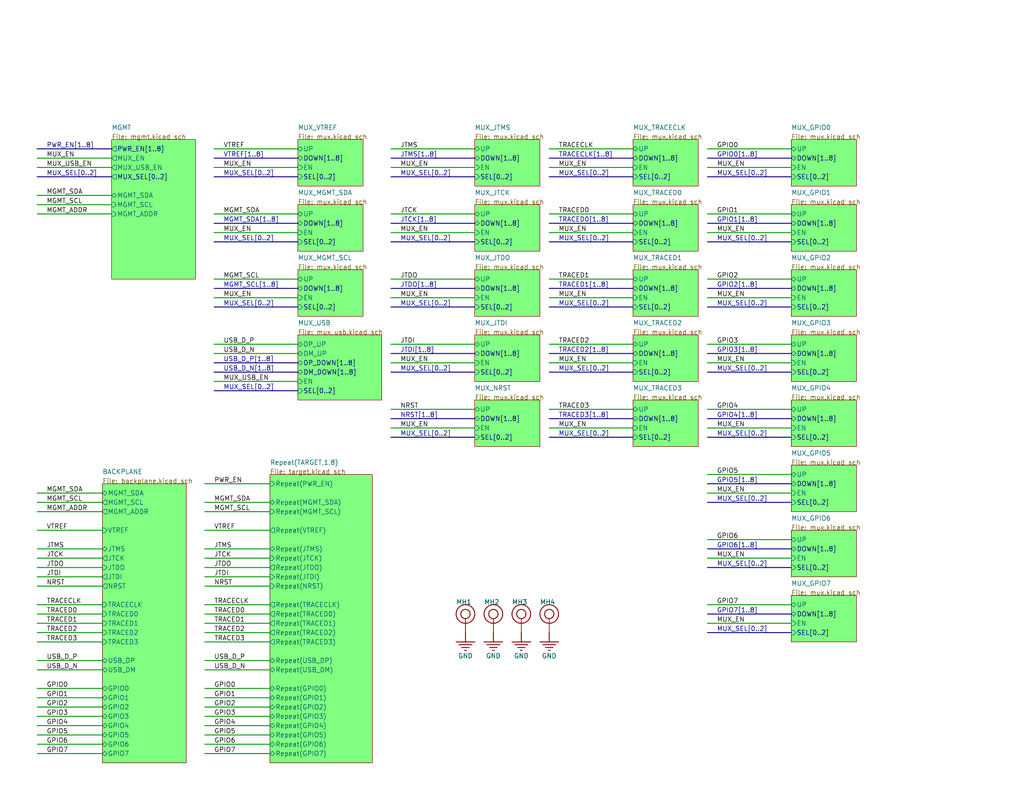
<source format=kicad_sch>
(kicad_sch (version 20231120) (generator "eeschema") (generator_version "8.0")
  (paper "A")
  (lib_symbols
    (symbol "top-altium-import:GND_POWER_GROUND" (power)
      (property "Reference" "#PWR" (at 0 0 0))
      (property "Value" "GND" (at 0 6.35 0))
      (symbol "GND_POWER_GROUND_0_0"
        (polyline (pts (xy -2.54 -2.54) (xy 2.54 -2.54)) (stroke (width 0.254)))
        (polyline (pts (xy -1.778 -3.302) (xy 1.778 -3.302)) (stroke (width 0.254)))
        (polyline (pts (xy -1.016 -4.064) (xy 1.016 -4.064)) (stroke (width 0.254)))
        (polyline (pts (xy -0.254 -4.826) (xy 0.254 -4.826)) (stroke (width 0.254)))
        (polyline (pts (xy 0 0) (xy 0 -2.54)) (stroke (width 0.254)))
        (pin power_in line (at 0 0 0) (length 0) hide (name "GND") (number ""))
      )
    )
    (symbol "top-altium-import:root_1_Mounting_Hole"
      (symbol "root_1_Mounting_Hole_1_0"
        (circle (center 0 0) (radius 1.27) (stroke (width 0.254)))
        (circle (center 0 0) (radius 2.54) (stroke (width 0.254)))
        (pin passive line (at 0 -5.08 90) (length 3.81) (name "") (number "1"))
      )
    )
  )
  (wire (pts (xy 55.88 160.02) (xy 73.66 160.02)) (stroke (width 0.254)))
  (bus (pts (xy 10.16 48.26) (xy 30.48 48.26)) (stroke (width 0.254)))
  (wire (pts (xy 10.16 139.7) (xy 27.94 139.7)) (stroke (width 0.254)))
  (wire (pts (xy 10.16 187.96) (xy 27.94 187.96)) (stroke (width 0.254)))
  (wire (pts (xy 149.86 45.72) (xy 172.72 45.72)) (stroke (width 0.254)))
  (wire (pts (xy 10.16 55.88) (xy 30.48 55.88)) (stroke (width 0.254)))
  (wire (pts (xy 149.86 116.84) (xy 172.72 116.84)) (stroke (width 0.254)))
  (bus (pts (xy 215.9 96.52) (xy 193.04 96.52)) (stroke (width 0.254)))
  (wire (pts (xy 149.86 81.28) (xy 172.72 81.28)) (stroke (width 0.254)))
  (wire (pts (xy 55.88 198.12) (xy 73.66 198.12)) (stroke (width 0.254)))
  (wire (pts (xy 10.16 134.62) (xy 27.94 134.62)) (stroke (width 0.254)))
  (bus (pts (xy 129.54 96.52) (xy 106.68 96.52)) (stroke (width 0.254)))
  (bus (pts (xy 215.9 149.86) (xy 193.04 149.86)) (stroke (width 0.254)))
  (wire (pts (xy 193.04 134.62) (xy 215.9 134.62)) (stroke (width 0.254)))
  (wire (pts (xy 193.04 40.64) (xy 215.9 40.64)) (stroke (width 0.254)))
  (bus (pts (xy 129.54 60.96) (xy 106.68 60.96)) (stroke (width 0.254)))
  (wire (pts (xy 55.88 167.64) (xy 73.66 167.64)) (stroke (width 0.254)))
  (wire (pts (xy 10.16 149.86) (xy 27.94 149.86)) (stroke (width 0.254)))
  (wire (pts (xy 58.42 93.98) (xy 81.28 93.98)) (stroke (width 0.254)))
  (bus (pts (xy 215.9 60.96) (xy 193.04 60.96)) (stroke (width 0.254)))
  (wire (pts (xy 149.86 40.64) (xy 172.72 40.64)) (stroke (width 0.254)))
  (bus (pts (xy 193.04 66.04) (xy 215.9 66.04)) (stroke (width 0.254)))
  (wire (pts (xy 55.88 193.04) (xy 73.66 193.04)) (stroke (width 0.254)))
  (wire (pts (xy 193.04 116.84) (xy 215.9 116.84)) (stroke (width 0.254)))
  (bus (pts (xy 58.42 48.26) (xy 81.28 48.26)) (stroke (width 0.254)))
  (bus (pts (xy 193.04 119.38) (xy 215.9 119.38)) (stroke (width 0.254)))
  (wire (pts (xy 10.16 200.66) (xy 27.94 200.66)) (stroke (width 0.254)))
  (bus (pts (xy 149.86 48.26) (xy 172.72 48.26)) (stroke (width 0.254)))
  (wire (pts (xy 10.16 203.2) (xy 27.94 203.2)) (stroke (width 0.254)))
  (bus (pts (xy 149.86 101.6) (xy 172.72 101.6)) (stroke (width 0.254)))
  (wire (pts (xy 55.88 180.34) (xy 73.66 180.34)) (stroke (width 0.254)))
  (wire (pts (xy 55.88 195.58) (xy 73.66 195.58)) (stroke (width 0.254)))
  (wire (pts (xy 10.16 157.48) (xy 27.94 157.48)) (stroke (width 0.254)))
  (wire (pts (xy 106.68 116.84) (xy 129.54 116.84)) (stroke (width 0.254)))
  (wire (pts (xy 193.04 45.72) (xy 215.9 45.72)) (stroke (width 0.254)))
  (bus (pts (xy 129.54 43.18) (xy 106.68 43.18)) (stroke (width 0.254)))
  (wire (pts (xy 10.16 167.64) (xy 27.94 167.64)) (stroke (width 0.254)))
  (wire (pts (xy 193.04 147.32) (xy 215.9 147.32)) (stroke (width 0.254)))
  (wire (pts (xy 10.16 170.18) (xy 27.94 170.18)) (stroke (width 0.254)))
  (wire (pts (xy 10.16 165.1) (xy 27.94 165.1)) (stroke (width 0.254)))
  (bus (pts (xy 215.9 43.18) (xy 193.04 43.18)) (stroke (width 0.254)))
  (wire (pts (xy 55.88 154.94) (xy 73.66 154.94)) (stroke (width 0.254)))
  (wire (pts (xy 55.88 132.08) (xy 73.66 132.08)) (stroke (width 0.254)))
  (bus (pts (xy 129.54 78.74) (xy 106.68 78.74)) (stroke (width 0.254)))
  (bus (pts (xy 149.86 119.38) (xy 172.72 119.38)) (stroke (width 0.254)))
  (wire (pts (xy 106.68 76.2) (xy 129.54 76.2)) (stroke (width 0.254)))
  (bus (pts (xy 81.28 99.06) (xy 58.42 99.06)) (stroke (width 0.254)))
  (wire (pts (xy 193.04 99.06) (xy 215.9 99.06)) (stroke (width 0.254)))
  (bus (pts (xy 215.9 167.64) (xy 193.04 167.64)) (stroke (width 0.254)))
  (bus (pts (xy 172.72 114.3) (xy 149.86 114.3)) (stroke (width 0.254)))
  (bus (pts (xy 30.48 40.64) (xy 10.16 40.64)) (stroke (width 0.254)))
  (wire (pts (xy 58.42 81.28) (xy 81.28 81.28)) (stroke (width 0.254)))
  (wire (pts (xy 55.88 203.2) (xy 73.66 203.2)) (stroke (width 0.254)))
  (bus (pts (xy 81.28 78.74) (xy 58.42 78.74)) (stroke (width 0.254)))
  (wire (pts (xy 193.04 170.18) (xy 215.9 170.18)) (stroke (width 0.254)))
  (wire (pts (xy 10.16 172.72) (xy 27.94 172.72)) (stroke (width 0.254)))
  (wire (pts (xy 10.16 137.16) (xy 27.94 137.16)) (stroke (width 0.254)))
  (wire (pts (xy 55.88 157.48) (xy 73.66 157.48)) (stroke (width 0.254)))
  (wire (pts (xy 106.68 99.06) (xy 129.54 99.06)) (stroke (width 0.254)))
  (wire (pts (xy 55.88 137.16) (xy 73.66 137.16)) (stroke (width 0.254)))
  (wire (pts (xy 55.88 172.72) (xy 73.66 172.72)) (stroke (width 0.254)))
  (wire (pts (xy 10.16 160.02) (xy 27.94 160.02)) (stroke (width 0.254)))
  (bus (pts (xy 193.04 101.6) (xy 215.9 101.6)) (stroke (width 0.254)))
  (bus (pts (xy 129.54 114.3) (xy 106.68 114.3)) (stroke (width 0.254)))
  (wire (pts (xy 10.16 58.42) (xy 30.48 58.42)) (stroke (width 0.254)))
  (wire (pts (xy 58.42 40.64) (xy 81.28 40.64)) (stroke (width 0.254)))
  (bus (pts (xy 81.28 101.6) (xy 58.42 101.6)) (stroke (width 0.254)))
  (wire (pts (xy 55.88 170.18) (xy 73.66 170.18)) (stroke (width 0.254)))
  (wire (pts (xy 55.88 139.7) (xy 73.66 139.7)) (stroke (width 0.254)))
  (wire (pts (xy 10.16 152.4) (xy 27.94 152.4)) (stroke (width 0.254)))
  (wire (pts (xy 106.68 45.72) (xy 129.54 45.72)) (stroke (width 0.254)))
  (bus (pts (xy 193.04 172.72) (xy 215.9 172.72)) (stroke (width 0.254)))
  (bus (pts (xy 106.68 101.6) (xy 129.54 101.6)) (stroke (width 0.254)))
  (bus (pts (xy 215.9 78.74) (xy 193.04 78.74)) (stroke (width 0.254)))
  (bus (pts (xy 172.72 96.52) (xy 149.86 96.52)) (stroke (width 0.254)))
  (bus (pts (xy 193.04 137.16) (xy 215.9 137.16)) (stroke (width 0.254)))
  (wire (pts (xy 106.68 111.76) (xy 129.54 111.76)) (stroke (width 0.254)))
  (wire (pts (xy 58.42 58.42) (xy 81.28 58.42)) (stroke (width 0.254)))
  (bus (pts (xy 193.04 48.26) (xy 215.9 48.26)) (stroke (width 0.254)))
  (wire (pts (xy 193.04 111.76) (xy 215.9 111.76)) (stroke (width 0.254)))
  (wire (pts (xy 55.88 175.26) (xy 73.66 175.26)) (stroke (width 0.254)))
  (wire (pts (xy 106.68 81.28) (xy 129.54 81.28)) (stroke (width 0.254)))
  (bus (pts (xy 106.68 83.82) (xy 129.54 83.82)) (stroke (width 0.254)))
  (wire (pts (xy 10.16 45.72) (xy 30.48 45.72)) (stroke (width 0.254)))
  (wire (pts (xy 58.42 96.52) (xy 81.28 96.52)) (stroke (width 0.254)))
  (wire (pts (xy 10.16 43.18) (xy 30.48 43.18)) (stroke (width 0.254)))
  (bus (pts (xy 58.42 106.68) (xy 81.28 106.68)) (stroke (width 0.254)))
  (bus (pts (xy 215.9 132.08) (xy 193.04 132.08)) (stroke (width 0.254)))
  (wire (pts (xy 149.86 63.5) (xy 172.72 63.5)) (stroke (width 0.254)))
  (wire (pts (xy 55.88 205.74) (xy 73.66 205.74)) (stroke (width 0.254)))
  (wire (pts (xy 106.68 93.98) (xy 129.54 93.98)) (stroke (width 0.254)))
  (wire (pts (xy 55.88 187.96) (xy 73.66 187.96)) (stroke (width 0.254)))
  (bus (pts (xy 81.28 60.96) (xy 58.42 60.96)) (stroke (width 0.254)))
  (bus (pts (xy 172.72 60.96) (xy 149.86 60.96)) (stroke (width 0.254)))
  (bus (pts (xy 106.68 66.04) (xy 129.54 66.04)) (stroke (width 0.254)))
  (wire (pts (xy 10.16 190.5) (xy 27.94 190.5)) (stroke (width 0.254)))
  (wire (pts (xy 10.16 198.12) (xy 27.94 198.12)) (stroke (width 0.254)))
  (wire (pts (xy 193.04 93.98) (xy 215.9 93.98)) (stroke (width 0.254)))
  (wire (pts (xy 149.86 58.42) (xy 172.72 58.42)) (stroke (width 0.254)))
  (wire (pts (xy 58.42 76.2) (xy 81.28 76.2)) (stroke (width 0.254)))
  (wire (pts (xy 106.68 58.42) (xy 129.54 58.42)) (stroke (width 0.254)))
  (bus (pts (xy 193.04 154.94) (xy 215.9 154.94)) (stroke (width 0.254)))
  (wire (pts (xy 55.88 144.78) (xy 73.66 144.78)) (stroke (width 0.254)))
  (wire (pts (xy 149.86 76.2) (xy 172.72 76.2)) (stroke (width 0.254)))
  (wire (pts (xy 149.86 99.06) (xy 172.72 99.06)) (stroke (width 0.254)))
  (bus (pts (xy 81.28 43.18) (xy 58.42 43.18)) (stroke (width 0.254)))
  (wire (pts (xy 193.04 76.2) (xy 215.9 76.2)) (stroke (width 0.254)))
  (wire (pts (xy 55.88 149.86) (xy 73.66 149.86)) (stroke (width 0.254)))
  (wire (pts (xy 58.42 104.14) (xy 81.28 104.14)) (stroke (width 0.254)))
  (wire (pts (xy 55.88 190.5) (xy 73.66 190.5)) (stroke (width 0.254)))
  (wire (pts (xy 149.86 111.76) (xy 172.72 111.76)) (stroke (width 0.254)))
  (wire (pts (xy 193.04 63.5) (xy 215.9 63.5)) (stroke (width 0.254)))
  (wire (pts (xy 193.04 81.28) (xy 215.9 81.28)) (stroke (width 0.254)))
  (wire (pts (xy 58.42 63.5) (xy 81.28 63.5)) (stroke (width 0.254)))
  (wire (pts (xy 10.16 175.26) (xy 27.94 175.26)) (stroke (width 0.254)))
  (wire (pts (xy 55.88 152.4) (xy 73.66 152.4)) (stroke (width 0.254)))
  (wire (pts (xy 55.88 165.1) (xy 73.66 165.1)) (stroke (width 0.254)))
  (bus (pts (xy 193.04 83.82) (xy 215.9 83.82)) (stroke (width 0.254)))
  (wire (pts (xy 149.86 93.98) (xy 172.72 93.98)) (stroke (width 0.254)))
  (bus (pts (xy 149.86 66.04) (xy 172.72 66.04)) (stroke (width 0.254)))
  (bus (pts (xy 215.9 114.3) (xy 193.04 114.3)) (stroke (width 0.254)))
  (wire (pts (xy 10.16 144.78) (xy 27.94 144.78)) (stroke (width 0.254)))
  (wire (pts (xy 106.68 63.5) (xy 129.54 63.5)) (stroke (width 0.254)))
  (wire (pts (xy 193.04 129.54) (xy 215.9 129.54)) (stroke (width 0.254)))
  (bus (pts (xy 58.42 66.04) (xy 81.28 66.04)) (stroke (width 0.254)))
  (bus (pts (xy 106.68 48.26) (xy 129.54 48.26)) (stroke (width 0.254)))
  (wire (pts (xy 10.16 195.58) (xy 27.94 195.58)) (stroke (width 0.254)))
  (wire (pts (xy 10.16 193.04) (xy 27.94 193.04)) (stroke (width 0.254)))
  (wire (pts (xy 10.16 180.34) (xy 27.94 180.34)) (stroke (width 0.254)))
  (wire (pts (xy 10.16 182.88) (xy 27.94 182.88)) (stroke (width 0.254)))
  (wire (pts (xy 193.04 165.1) (xy 215.9 165.1)) (stroke (width 0.254)))
  (wire (pts (xy 10.16 154.94) (xy 27.94 154.94)) (stroke (width 0.254)))
  (bus (pts (xy 149.86 83.82) (xy 172.72 83.82)) (stroke (width 0.254)))
  (wire (pts (xy 10.16 53.34) (xy 30.48 53.34)) (stroke (width 0.254)))
  (wire (pts (xy 193.04 152.4) (xy 215.9 152.4)) (stroke (width 0.254)))
  (wire (pts (xy 55.88 200.66) (xy 73.66 200.66)) (stroke (width 0.254)))
  (wire (pts (xy 193.04 58.42) (xy 215.9 58.42)) (stroke (width 0.254)))
  (bus (pts (xy 172.72 78.74) (xy 149.86 78.74)) (stroke (width 0.254)))
  (wire (pts (xy 106.68 40.64) (xy 129.54 40.64)) (stroke (width 0.254)))
  (bus (pts (xy 58.42 83.82) (xy 81.28 83.82)) (stroke (width 0.254)))
  (wire (pts (xy 10.16 205.74) (xy 27.94 205.74)) (stroke (width 0.254)))
  (wire (pts (xy 55.88 182.88) (xy 73.66 182.88)) (stroke (width 0.254)))
  (bus (pts (xy 106.68 119.38) (xy 129.54 119.38)) (stroke (width 0.254)))
  (bus (pts (xy 172.72 43.18) (xy 149.86 43.18)) (stroke (width 0.254)))
  (wire (pts (xy 58.42 45.72) (xy 81.28 45.72)) (stroke (width 0.254)))
  (label "JTMS" (at 58.42 149.86 0))
  (label "GPIO5[1..8]" (at 195.58 132.08 0))
  (label "MGMT_ADDR" (at 12.7 139.7 0))
  (label "MUX_EN" (at 109.22 63.5 0))
  (label "TRACECLK" (at 12.7 165.1 0))
  (label "GPIO5" (at 58.42 200.66 0))
  (label "MUX_SEL[0..2]" (at 109.22 66.04 0))
  (label "GPIO3" (at 12.7 195.58 0))
  (label "GPIO6" (at 58.42 203.2 0))
  (label "GPIO4" (at 195.58 111.76 0))
  (label "GPIO2" (at 195.58 76.2 0))
  (label "JTMS" (at 12.7 149.86 0))
  (label "MUX_EN" (at 195.58 45.72 0))
  (label "MUX_SEL[0..2]" (at 109.22 83.82 0))
  (label "TRACECLK" (at 152.4 40.64 0))
  (label "MUX_EN" (at 60.96 45.72 0))
  (label "NRST" (at 58.42 160.02 0))
  (label "TRACED3[1..8]" (at 152.4 114.3 0))
  (label "MUX_EN" (at 152.4 81.28 0))
  (label "GPIO3" (at 58.42 195.58 0))
  (label "MGMT_SDA" (at 12.7 134.62 0))
  (label "MUX_EN" (at 60.96 81.28 0))
  (label "MGMT_ADDR" (at 12.7 58.42 0))
  (label "GPIO1" (at 195.58 58.42 0))
  (label "MUX_EN" (at 195.58 116.84 0))
  (label "MUX_EN" (at 152.4 45.72 0))
  (label "JTDO" (at 58.42 154.94 0))
  (label "MUX_SEL[0..2]" (at 195.58 83.82 0))
  (label "GPIO5" (at 12.7 200.66 0))
  (label "GPIO6" (at 195.58 147.32 0))
  (label "JTCK" (at 12.7 152.4 0))
  (label "TRACED1[1..8]" (at 152.4 78.74 0))
  (label "MUX_USB_EN" (at 12.7 45.72 0))
  (label "JTCK[1..8]" (at 109.22 60.96 0))
  (label "GPIO4" (at 58.42 198.12 0))
  (label "TRACED2[1..8]" (at 152.4 96.52 0))
  (label "TRACED3" (at 58.42 175.26 0))
  (label "TRACED1" (at 58.42 170.18 0))
  (label "GPIO3" (at 195.58 93.98 0))
  (label "MUX_SEL[0..2]" (at 152.4 119.38 0))
  (label "JTDO[1..8]" (at 109.22 78.74 0))
  (label "PWR_EN" (at 58.42 132.08 0))
  (label "PWR_EN[1..8]" (at 12.7 40.64 0))
  (label "TRACED0" (at 58.42 167.64 0))
  (label "NRST" (at 12.7 160.02 0))
  (label "MUX_EN" (at 152.4 99.06 0))
  (label "TRACED2" (at 12.7 172.72 0))
  (label "MGMT_SDA[1..8]" (at 60.96 60.96 0))
  (label "GPIO2" (at 58.42 193.04 0))
  (label "MUX_EN" (at 152.4 63.5 0))
  (label "TRACED3" (at 12.7 175.26 0))
  (label "GPIO6[1..8]" (at 195.58 149.86 0))
  (label "TRACED1" (at 12.7 170.18 0))
  (label "JTCK" (at 109.22 58.42 0))
  (label "MUX_SEL[0..2]" (at 60.96 83.82 0))
  (label "TRACECLK" (at 58.42 165.1 0))
  (label "MUX_SEL[0..2]" (at 195.58 48.26 0))
  (label "MUX_EN" (at 195.58 152.4 0))
  (label "MUX_EN" (at 152.4 116.84 0))
  (label "GPIO5" (at 195.58 129.54 0))
  (label "MUX_SEL[0..2]" (at 109.22 48.26 0))
  (label "JTDI" (at 109.22 93.98 0))
  (label "GPIO4[1..8]" (at 195.58 114.3 0))
  (label "GPIO0[1..8]" (at 195.58 43.18 0))
  (label "MUX_SEL[0..2]" (at 12.7 48.26 0))
  (label "GPIO0" (at 12.7 187.96 0))
  (label "MGMT_SCL" (at 58.42 139.7 0))
  (label "MUX_SEL[0..2]" (at 195.58 172.72 0))
  (label "VTREF" (at 60.96 40.64 0))
  (label "MUX_SEL[0..2]" (at 195.58 154.94 0))
  (label "MUX_SEL[0..2]" (at 109.22 101.6 0))
  (label "MUX_SEL[0..2]" (at 152.4 83.82 0))
  (label "MGMT_SCL" (at 12.7 55.88 0))
  (label "MUX_USB_EN" (at 60.96 104.14 0))
  (label "JTDO" (at 12.7 154.94 0))
  (label "MUX_SEL[0..2]" (at 195.58 137.16 0))
  (label "MUX_EN" (at 195.58 81.28 0))
  (label "NRST" (at 109.22 111.76 0))
  (label "GPIO2" (at 12.7 193.04 0))
  (label "JTDO" (at 109.22 76.2 0))
  (label "USB_D_N[1..8]" (at 60.96 101.6 0))
  (label "USB_D_N" (at 12.7 182.88 0))
  (label "GPIO3[1..8]" (at 195.58 96.52 0))
  (label "JTDI" (at 12.7 157.48 0))
  (label "MUX_SEL[0..2]" (at 152.4 66.04 0))
  (label "MUX_SEL[0..2]" (at 195.58 66.04 0))
  (label "GPIO2[1..8]" (at 195.58 78.74 0))
  (label "USB_D_P" (at 58.42 180.34 0))
  (label "GPIO6" (at 12.7 203.2 0))
  (label "MUX_EN" (at 195.58 63.5 0))
  (label "GPIO4" (at 12.7 198.12 0))
  (label "GPIO1[1..8]" (at 195.58 60.96 0))
  (label "MGMT_SDA" (at 60.96 58.42 0))
  (label "USB_D_P[1..8]" (at 60.96 99.06 0))
  (label "MUX_EN" (at 109.22 116.84 0))
  (label "MUX_EN" (at 60.96 63.5 0))
  (label "JTMS[1..8]" (at 109.22 43.18 0))
  (label "JTDI" (at 58.42 157.48 0))
  (label "MGMT_SDA" (at 12.7 53.34 0))
  (label "MGMT_SCL" (at 12.7 137.16 0))
  (label "JTDI[1..8]" (at 109.22 96.52 0))
  (label "TRACED3" (at 152.4 111.76 0))
  (label "MGMT_SCL[1..8]" (at 60.96 78.74 0))
  (label "MUX_EN" (at 195.58 170.18 0))
  (label "MUX_EN" (at 12.7 43.18 0))
  (label "USB_D_N" (at 58.42 182.88 0))
  (label "MUX_EN" (at 109.22 45.72 0))
  (label "TRACED2" (at 152.4 93.98 0))
  (label "MUX_SEL[0..2]" (at 195.58 101.6 0))
  (label "GPIO0" (at 58.42 187.96 0))
  (label "GPIO7" (at 58.42 205.74 0))
  (label "MUX_SEL[0..2]" (at 195.58 119.38 0))
  (label "MUX_EN" (at 109.22 99.06 0))
  (label "MUX_SEL[0..2]" (at 152.4 48.26 0))
  (label "USB_D_P" (at 12.7 180.34 0))
  (label "TRACED0" (at 12.7 167.64 0))
  (label "MUX_SEL[0..2]" (at 60.96 48.26 0))
  (label "TRACED1" (at 152.4 76.2 0))
  (label "MUX_SEL[0..2]" (at 60.96 66.04 0))
  (label "GPIO7[1..8]" (at 195.58 167.64 0))
  (label "JTMS" (at 109.22 40.64 0))
  (label "GPIO7" (at 12.7 205.74 0))
  (label "MUX_EN" (at 195.58 99.06 0))
  (label "MUX_SEL[0..2]" (at 109.22 119.38 0))
  (label "MUX_SEL[0..2]" (at 60.96 106.68 0))
  (label "TRACED0[1..8]" (at 152.4 60.96 0))
  (label "MGMT_SDA" (at 58.42 137.16 0))
  (label "GPIO1" (at 58.42 190.5 0))
  (label "VTREF" (at 58.42 144.78 0))
  (label "TRACED2" (at 58.42 172.72 0))
  (label "VTREF" (at 12.7 144.78 0))
  (label "JTCK" (at 58.42 152.4 0))
  (label "TRACECLK[1..8]" (at 152.4 43.18 0))
  (label "TRACED0" (at 152.4 58.42 0))
  (label "MUX_EN" (at 109.22 81.28 0))
  (label "MUX_SEL[0..2]" (at 152.4 101.6 0))
  (label "USB_D_N" (at 60.96 96.52 0))
  (label "VTREF[1..8]" (at 60.96 43.18 0))
  (label "NRST[1..8]" (at 109.22 114.3 0))
  (label "GPIO1" (at 12.7 190.5 0))
  (label "USB_D_P" (at 60.96 93.98 0))
  (label "MUX_EN" (at 195.58 134.62 0))
  (label "GPIO0" (at 195.58 40.64 0))
  (label "GPIO7" (at 195.58 165.1 0))
  (label "MGMT_SCL" (at 60.96 76.2 0))
  (symbol (lib_id "top-altium-import:root_1_Mounting_Hole") (at 149.86 167.64 0) (unit 1)
    (property "Reference" "MH4" (at 147.32 165.1 0) (effects (justify left bottom)))
    (property "Value" "Mounting_Hole" (effects (hide yes)))
    (property "Footprint" "WA-SMSI_M2.5" (effects (hide yes)))
  )
  (symbol (lib_id "top-altium-import:root_1_Mounting_Hole") (at 127 167.64 0) (unit 1)
    (property "Reference" "MH1" (at 124.46 165.1 0) (effects (justify left bottom)))
    (property "Value" "Mounting_Hole" (effects (hide yes)))
    (property "Footprint" "WA-SMSI_M2.5" (effects (hide yes)))
  )
  (symbol (lib_id "top-altium-import:root_1_Mounting_Hole") (at 142.24 167.64 0) (unit 1)
    (property "Reference" "MH3" (at 139.7 165.1 0) (effects (justify left bottom)))
    (property "Value" "Mounting_Hole" (effects (hide yes)))
    (property "Footprint" "WA-SMSI_M2.5" (effects (hide yes)))
  )
  (symbol (lib_id "top-altium-import:GND_POWER_GROUND") (at 149.86 172.72 0) (unit 1)
    (property "Reference" "#PWR?" (effects (hide yes)))
    (property "Value" "GND" (at 149.86 179.07 0))
  )
  (symbol (lib_id "top-altium-import:GND_POWER_GROUND") (at 142.24 172.72 0) (unit 1)
    (property "Reference" "#PWR?" (effects (hide yes)))
    (property "Value" "GND" (at 142.24 179.07 0))
  )
  (symbol (lib_id "top-altium-import:root_1_Mounting_Hole") (at 134.62 167.64 0) (unit 1)
    (property "Reference" "MH2" (at 132.08 165.1 0) (effects (justify left bottom)))
    (property "Value" "Mounting_Hole" (effects (hide yes)))
    (property "Footprint" "WA-SMSI_M2.5" (effects (hide yes)))
  )
  (symbol (lib_id "top-altium-import:GND_POWER_GROUND") (at 134.62 172.72 0) (unit 1)
    (property "Reference" "#PWR?" (effects (hide yes)))
    (property "Value" "GND" (at 134.62 179.07 0))
  )
  (symbol (lib_id "top-altium-import:GND_POWER_GROUND") (at 127 172.72 0) (unit 1)
    (property "Reference" "#PWR?" (effects (hide yes)))
    (property "Value" "GND" (at 127 179.07 0))
  )
  (sheet (at 215.9 55.88) (size 17.78 12.7) (stroke (width 0) (color 128 0 0 1)) (fill (color 128 255 128 1.0000))
    (property "Sheetname" "MUX_GPIO1" (at 215.9 53.34 0) (effects (justify left bottom)))
    (property "Sheetfile" "mux.kicad_sch" (at 215.9 55.88 0) (effects (justify left bottom)))
    (pin "SEL[0..2]" input (at 215.9 66.04 180))
    (pin "DOWN[1..8]" bidirectional (at 215.9 60.96 180))
    (pin "UP" bidirectional (at 215.9 58.42 180))
    (pin "EN" input (at 215.9 63.5 180))
  )
  (sheet (at 81.28 55.88) (size 17.78 12.7) (stroke (width 0) (color 128 0 0 1)) (fill (color 128 255 128 1.0000))
    (property "Sheetname" "MUX_MGMT_SDA" (at 81.28 53.34 0) (effects (justify left bottom)))
    (property "Sheetfile" "mux.kicad_sch" (at 81.28 55.88 0) (effects (justify left bottom)))
    (pin "SEL[0..2]" input (at 81.28 66.04 180))
    (pin "DOWN[1..8]" bidirectional (at 81.28 60.96 180))
    (pin "UP" bidirectional (at 81.28 58.42 180))
    (pin "EN" input (at 81.28 63.5 180))
  )
  (sheet (at 129.54 109.22) (size 17.78 12.7) (stroke (width 0) (color 128 0 0 1)) (fill (color 128 255 128 1.0000))
    (property "Sheetname" "MUX_NRST" (at 129.54 106.68 0) (effects (justify left bottom)))
    (property "Sheetfile" "mux.kicad_sch" (at 129.54 109.22 0) (effects (justify left bottom)))
    (pin "SEL[0..2]" input (at 129.54 119.38 180))
    (pin "DOWN[1..8]" bidirectional (at 129.54 114.3 180))
    (pin "UP" bidirectional (at 129.54 111.76 180))
    (pin "EN" input (at 129.54 116.84 180))
  )
  (sheet (at 81.28 73.66) (size 17.78 12.7) (stroke (width 0) (color 128 0 0 1)) (fill (color 128 255 128 1.0000))
    (property "Sheetname" "MUX_MGMT_SCL" (at 81.28 71.12 0) (effects (justify left bottom)))
    (property "Sheetfile" "mux.kicad_sch" (at 81.28 73.66 0) (effects (justify left bottom)))
    (pin "SEL[0..2]" input (at 81.28 83.82 180))
    (pin "DOWN[1..8]" bidirectional (at 81.28 78.74 180))
    (pin "UP" bidirectional (at 81.28 76.2 180))
    (pin "EN" input (at 81.28 81.28 180))
  )
  (sheet (at 215.9 127) (size 17.78 12.7) (stroke (width 0) (color 128 0 0 1)) (fill (color 128 255 128 1.0000))
    (property "Sheetname" "MUX_GPIO5" (at 215.9 124.46 0) (effects (justify left bottom)))
    (property "Sheetfile" "mux.kicad_sch" (at 215.9 127 0) (effects (justify left bottom)))
    (pin "SEL[0..2]" input (at 215.9 137.16 180))
    (pin "DOWN[1..8]" bidirectional (at 215.9 132.08 180))
    (pin "UP" bidirectional (at 215.9 129.54 180))
    (pin "EN" input (at 215.9 134.62 180))
  )
  (sheet (at 30.48 38.1) (size 22.86 38.1) (stroke (width 0) (color 128 0 0 1)) (fill (color 128 255 128 1.0000))
    (property "Sheetname" "MGMT" (at 30.48 35.56 0) (effects (justify left bottom)))
    (property "Sheetfile" "mgmt.kicad_sch" (at 30.48 38.1 0) (effects (justify left bottom)))
    (pin "PWR_EN[1..8]" output (at 30.48 40.64 180))
    (pin "MUX_SEL[0..2]" output (at 30.48 48.26 180))
    (pin "MGMT_SDA" bidirectional (at 30.48 53.34 180))
    (pin "MGMT_SCL" input (at 30.48 55.88 180))
    (pin "MUX_EN" output (at 30.48 43.18 180))
    (pin "MGMT_ADDR" input (at 30.48 58.42 180))
    (pin "MUX_USB_EN" output (at 30.48 45.72 180))
  )
  (sheet (at 81.28 91.44) (size 22.86 17.78) (stroke (width 0) (color 128 0 0 1)) (fill (color 128 255 128 1.0000))
    (property "Sheetname" "MUX_USB" (at 81.28 88.9 0) (effects (justify left bottom)))
    (property "Sheetfile" "mux_usb.kicad_sch" (at 81.28 91.44 0) (effects (justify left bottom)))
    (pin "SEL[0..2]" input (at 81.28 106.68 180))
    (pin "DP_UP" bidirectional (at 81.28 93.98 180))
    (pin "EN" input (at 81.28 104.14 180))
    (pin "DP_DOWN[1..8]" bidirectional (at 81.28 99.06 180))
    (pin "DM_UP" bidirectional (at 81.28 96.52 180))
    (pin "DM_DOWN[1..8]" bidirectional (at 81.28 101.6 180))
  )
  (sheet (at 129.54 73.66) (size 17.78 12.7) (stroke (width 0) (color 128 0 0 1)) (fill (color 128 255 128 1.0000))
    (property "Sheetname" "MUX_JTDO" (at 129.54 71.12 0) (effects (justify left bottom)))
    (property "Sheetfile" "mux.kicad_sch" (at 129.54 73.66 0) (effects (justify left bottom)))
    (pin "SEL[0..2]" input (at 129.54 83.82 180))
    (pin "DOWN[1..8]" bidirectional (at 129.54 78.74 180))
    (pin "UP" bidirectional (at 129.54 76.2 180))
    (pin "EN" input (at 129.54 81.28 180))
  )
  (sheet (at 215.9 91.44) (size 17.78 12.7) (stroke (width 0) (color 128 0 0 1)) (fill (color 128 255 128 1.0000))
    (property "Sheetname" "MUX_GPIO3" (at 215.9 88.9 0) (effects (justify left bottom)))
    (property "Sheetfile" "mux.kicad_sch" (at 215.9 91.44 0) (effects (justify left bottom)))
    (pin "SEL[0..2]" input (at 215.9 101.6 180))
    (pin "DOWN[1..8]" bidirectional (at 215.9 96.52 180))
    (pin "UP" bidirectional (at 215.9 93.98 180))
    (pin "EN" input (at 215.9 99.06 180))
  )
  (sheet (at 172.72 55.88) (size 17.78 12.7) (stroke (width 0) (color 128 0 0 1)) (fill (color 128 255 128 1.0000))
    (property "Sheetname" "MUX_TRACED0" (at 172.72 53.34 0) (effects (justify left bottom)))
    (property "Sheetfile" "mux.kicad_sch" (at 172.72 55.88 0) (effects (justify left bottom)))
    (pin "SEL[0..2]" input (at 172.72 66.04 180))
    (pin "DOWN[1..8]" bidirectional (at 172.72 60.96 180))
    (pin "UP" bidirectional (at 172.72 58.42 180))
    (pin "EN" input (at 172.72 63.5 180))
  )
  (sheet (at 172.72 73.66) (size 17.78 12.7) (stroke (width 0) (color 128 0 0 1)) (fill (color 128 255 128 1.0000))
    (property "Sheetname" "MUX_TRACED1" (at 172.72 71.12 0) (effects (justify left bottom)))
    (property "Sheetfile" "mux.kicad_sch" (at 172.72 73.66 0) (effects (justify left bottom)))
    (pin "SEL[0..2]" input (at 172.72 83.82 180))
    (pin "DOWN[1..8]" bidirectional (at 172.72 78.74 180))
    (pin "UP" bidirectional (at 172.72 76.2 180))
    (pin "EN" input (at 172.72 81.28 180))
  )
  (sheet (at 129.54 91.44) (size 17.78 12.7) (stroke (width 0) (color 128 0 0 1)) (fill (color 128 255 128 1.0000))
    (property "Sheetname" "MUX_JTDI" (at 129.54 88.9 0) (effects (justify left bottom)))
    (property "Sheetfile" "mux.kicad_sch" (at 129.54 91.44 0) (effects (justify left bottom)))
    (pin "SEL[0..2]" input (at 129.54 101.6 180))
    (pin "DOWN[1..8]" bidirectional (at 129.54 96.52 180))
    (pin "UP" bidirectional (at 129.54 93.98 180))
    (pin "EN" input (at 129.54 99.06 180))
  )
  (sheet (at 73.66 129.54) (size 27.94 78.74) (stroke (width 0) (color 128 0 0 1)) (fill (color 128 255 128 1.0000))
    (property "Sheetname" "Repeat(TARGET,1,8)" (at 73.66 127 0) (effects (justify left bottom)))
    (property "Sheetfile" "target.kicad_sch" (at 73.66 129.54 0) (effects (justify left bottom)))
    (pin "Repeat(JTCK)" input (at 73.66 152.4 180))
    (pin "Repeat(GPIO1)" bidirectional (at 73.66 190.5 180))
    (pin "Repeat(GPIO0)" bidirectional (at 73.66 187.96 180))
    (pin "Repeat(TRACED0)" output (at 73.66 167.64 180))
    (pin "Repeat(GPIO6)" bidirectional (at 73.66 203.2 180))
    (pin "Repeat(USB_DP)" bidirectional (at 73.66 180.34 180))
    (pin "Repeat(NRST)" input (at 73.66 160.02 180))
    (pin "Repeat(USB_DM)" bidirectional (at 73.66 182.88 180))
    (pin "Repeat(MGMT_SDA)" bidirectional (at 73.66 137.16 180))
    (pin "Repeat(GPIO5)" bidirectional (at 73.66 200.66 180))
    (pin "Repeat(JTDO)" output (at 73.66 154.94 180))
    (pin "Repeat(GPIO7)" bidirectional (at 73.66 205.74 180))
    (pin "Repeat(GPIO3)" bidirectional (at 73.66 195.58 180))
    (pin "Repeat(VTREF)" output (at 73.66 144.78 180))
    (pin "Repeat(TRACED2)" output (at 73.66 172.72 180))
    (pin "Repeat(GPIO2)" bidirectional (at 73.66 193.04 180))
    (pin "Repeat(TRACECLK)" output (at 73.66 165.1 180))
    (pin "Repeat(GPIO4)" bidirectional (at 73.66 198.12 180))
    (pin "Repeat(MGMT_SCL)" input (at 73.66 139.7 180))
    (pin "Repeat(JTMS)" bidirectional (at 73.66 149.86 180))
    (pin "Repeat(TRACED3)" output (at 73.66 175.26 180))
    (pin "Repeat(TRACED1)" output (at 73.66 170.18 180))
    (pin "Repeat(JTDI)" input (at 73.66 157.48 180))
    (pin "Repeat(PWR_EN)" input (at 73.66 132.08 180))
  )
  (sheet (at 215.9 38.1) (size 17.78 12.7) (stroke (width 0) (color 128 0 0 1)) (fill (color 128 255 128 1.0000))
    (property "Sheetname" "MUX_GPIO0" (at 215.9 35.56 0) (effects (justify left bottom)))
    (property "Sheetfile" "mux.kicad_sch" (at 215.9 38.1 0) (effects (justify left bottom)))
    (pin "SEL[0..2]" input (at 215.9 48.26 180))
    (pin "DOWN[1..8]" bidirectional (at 215.9 43.18 180))
    (pin "UP" bidirectional (at 215.9 40.64 180))
    (pin "EN" input (at 215.9 45.72 180))
  )
  (sheet (at 172.72 38.1) (size 17.78 12.7) (stroke (width 0) (color 128 0 0 1)) (fill (color 128 255 128 1.0000))
    (property "Sheetname" "MUX_TRACECLK" (at 172.72 35.56 0) (effects (justify left bottom)))
    (property "Sheetfile" "mux.kicad_sch" (at 172.72 38.1 0) (effects (justify left bottom)))
    (pin "SEL[0..2]" input (at 172.72 48.26 180))
    (pin "DOWN[1..8]" bidirectional (at 172.72 43.18 180))
    (pin "UP" bidirectional (at 172.72 40.64 180))
    (pin "EN" input (at 172.72 45.72 180))
  )
  (sheet (at 129.54 55.88) (size 17.78 12.7) (stroke (width 0) (color 128 0 0 1)) (fill (color 128 255 128 1.0000))
    (property "Sheetname" "MUX_JTCK" (at 129.54 53.34 0) (effects (justify left bottom)))
    (property "Sheetfile" "mux.kicad_sch" (at 129.54 55.88 0) (effects (justify left bottom)))
    (pin "SEL[0..2]" input (at 129.54 66.04 180))
    (pin "DOWN[1..8]" bidirectional (at 129.54 60.96 180))
    (pin "UP" bidirectional (at 129.54 58.42 180))
    (pin "EN" input (at 129.54 63.5 180))
  )
  (sheet (at 81.28 38.1) (size 17.78 12.7) (stroke (width 0) (color 128 0 0 1)) (fill (color 128 255 128 1.0000))
    (property "Sheetname" "MUX_VTREF" (at 81.28 35.56 0) (effects (justify left bottom)))
    (property "Sheetfile" "mux.kicad_sch" (at 81.28 38.1 0) (effects (justify left bottom)))
    (pin "SEL[0..2]" input (at 81.28 48.26 180))
    (pin "DOWN[1..8]" bidirectional (at 81.28 43.18 180))
    (pin "UP" bidirectional (at 81.28 40.64 180))
    (pin "EN" input (at 81.28 45.72 180))
  )
  (sheet (at 215.9 109.22) (size 17.78 12.7) (stroke (width 0) (color 128 0 0 1)) (fill (color 128 255 128 1.0000))
    (property "Sheetname" "MUX_GPIO4" (at 215.9 106.68 0) (effects (justify left bottom)))
    (property "Sheetfile" "mux.kicad_sch" (at 215.9 109.22 0) (effects (justify left bottom)))
    (pin "SEL[0..2]" input (at 215.9 119.38 180))
    (pin "DOWN[1..8]" bidirectional (at 215.9 114.3 180))
    (pin "UP" bidirectional (at 215.9 111.76 180))
    (pin "EN" input (at 215.9 116.84 180))
  )
  (sheet (at 215.9 162.56) (size 17.78 12.7) (stroke (width 0) (color 128 0 0 1)) (fill (color 128 255 128 1.0000))
    (property "Sheetname" "MUX_GPIO7" (at 215.9 160.02 0) (effects (justify left bottom)))
    (property "Sheetfile" "mux.kicad_sch" (at 215.9 162.56 0) (effects (justify left bottom)))
    (pin "SEL[0..2]" input (at 215.9 172.72 180))
    (pin "DOWN[1..8]" bidirectional (at 215.9 167.64 180))
    (pin "UP" bidirectional (at 215.9 165.1 180))
    (pin "EN" input (at 215.9 170.18 180))
  )
  (sheet (at 172.72 91.44) (size 17.78 12.7) (stroke (width 0) (color 128 0 0 1)) (fill (color 128 255 128 1.0000))
    (property "Sheetname" "MUX_TRACED2" (at 172.72 88.9 0) (effects (justify left bottom)))
    (property "Sheetfile" "mux.kicad_sch" (at 172.72 91.44 0) (effects (justify left bottom)))
    (pin "SEL[0..2]" input (at 172.72 101.6 180))
    (pin "DOWN[1..8]" bidirectional (at 172.72 96.52 180))
    (pin "UP" bidirectional (at 172.72 93.98 180))
    (pin "EN" input (at 172.72 99.06 180))
  )
  (sheet (at 129.54 38.1) (size 17.78 12.7) (stroke (width 0) (color 128 0 0 1)) (fill (color 128 255 128 1.0000))
    (property "Sheetname" "MUX_JTMS" (at 129.54 35.56 0) (effects (justify left bottom)))
    (property "Sheetfile" "mux.kicad_sch" (at 129.54 38.1 0) (effects (justify left bottom)))
    (pin "SEL[0..2]" input (at 129.54 48.26 180))
    (pin "DOWN[1..8]" bidirectional (at 129.54 43.18 180))
    (pin "UP" bidirectional (at 129.54 40.64 180))
    (pin "EN" input (at 129.54 45.72 180))
  )
  (sheet (at 172.72 109.22) (size 17.78 12.7) (stroke (width 0) (color 128 0 0 1)) (fill (color 128 255 128 1.0000))
    (property "Sheetname" "MUX_TRACED3" (at 172.72 106.68 0) (effects (justify left bottom)))
    (property "Sheetfile" "mux.kicad_sch" (at 172.72 109.22 0) (effects (justify left bottom)))
    (pin "SEL[0..2]" input (at 172.72 119.38 180))
    (pin "DOWN[1..8]" bidirectional (at 172.72 114.3 180))
    (pin "UP" bidirectional (at 172.72 111.76 180))
    (pin "EN" input (at 172.72 116.84 180))
  )
  (sheet (at 215.9 73.66) (size 17.78 12.7) (stroke (width 0) (color 128 0 0 1)) (fill (color 128 255 128 1.0000))
    (property "Sheetname" "MUX_GPIO2" (at 215.9 71.12 0) (effects (justify left bottom)))
    (property "Sheetfile" "mux.kicad_sch" (at 215.9 73.66 0) (effects (justify left bottom)))
    (pin "SEL[0..2]" input (at 215.9 83.82 180))
    (pin "DOWN[1..8]" bidirectional (at 215.9 78.74 180))
    (pin "UP" bidirectional (at 215.9 76.2 180))
    (pin "EN" input (at 215.9 81.28 180))
  )
  (sheet (at 215.9 144.78) (size 17.78 12.7) (stroke (width 0) (color 128 0 0 1)) (fill (color 128 255 128 1.0000))
    (property "Sheetname" "MUX_GPIO6" (at 215.9 142.24 0) (effects (justify left bottom)))
    (property "Sheetfile" "mux.kicad_sch" (at 215.9 144.78 0) (effects (justify left bottom)))
    (pin "SEL[0..2]" input (at 215.9 154.94 180))
    (pin "DOWN[1..8]" bidirectional (at 215.9 149.86 180))
    (pin "UP" bidirectional (at 215.9 147.32 180))
    (pin "EN" input (at 215.9 152.4 180))
  )
  (sheet (at 27.94 132.08) (size 22.86 76.2) (stroke (width 0) (color 128 0 0 1)) (fill (color 128 255 128 1.0000))
    (property "Sheetname" "BACKPLANE" (at 27.94 129.54 0) (effects (justify left bottom)))
    (property "Sheetfile" "backplane.kicad_sch" (at 27.94 132.08 0) (effects (justify left bottom)))
    (pin "JTCK" output (at 27.94 152.4 180))
    (pin "GPIO1" bidirectional (at 27.94 190.5 180))
    (pin "GPIO0" bidirectional (at 27.94 187.96 180))
    (pin "TRACED0" input (at 27.94 167.64 180))
    (pin "GPIO6" bidirectional (at 27.94 203.2 180))
    (pin "USB_DP" bidirectional (at 27.94 180.34 180))
    (pin "NRST" output (at 27.94 160.02 180))
    (pin "USB_DM" bidirectional (at 27.94 182.88 180))
    (pin "MGMT_SDA" bidirectional (at 27.94 134.62 180))
    (pin "GPIO5" bidirectional (at 27.94 200.66 180))
    (pin "JTDO" input (at 27.94 154.94 180))
    (pin "GPIO7" bidirectional (at 27.94 205.74 180))
    (pin "GPIO3" bidirectional (at 27.94 195.58 180))
    (pin "VTREF" input (at 27.94 144.78 180))
    (pin "TRACED2" input (at 27.94 172.72 180))
    (pin "GPIO2" bidirectional (at 27.94 193.04 180))
    (pin "TRACECLK" input (at 27.94 165.1 180))
    (pin "GPIO4" bidirectional (at 27.94 198.12 180))
    (pin "MGMT_SCL" output (at 27.94 137.16 180))
    (pin "JTMS" bidirectional (at 27.94 149.86 180))
    (pin "TRACED3" input (at 27.94 175.26 180))
    (pin "TRACED1" input (at 27.94 170.18 180))
    (pin "JTDI" output (at 27.94 157.48 180))
    (pin "MGMT_ADDR" output (at 27.94 139.7 180))
  )
)
</source>
